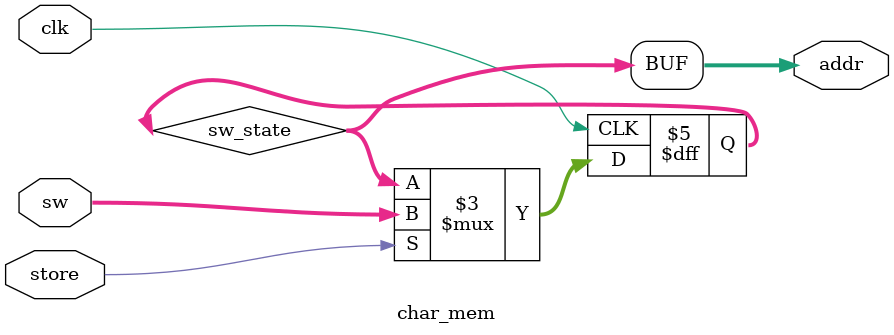
<source format=v>
`timescale 1ns / 1ps


module char_mem(
    input clk,
    input store,
    input [6:0] sw,
    output [6:0] addr
    );
    
    reg [6:0]sw_state;
    
    assign addr = sw_state;
    
    always @(posedge clk)
    begin
        if(store)
        begin
            sw_state = sw;
        end
                
    end
endmodule

</source>
